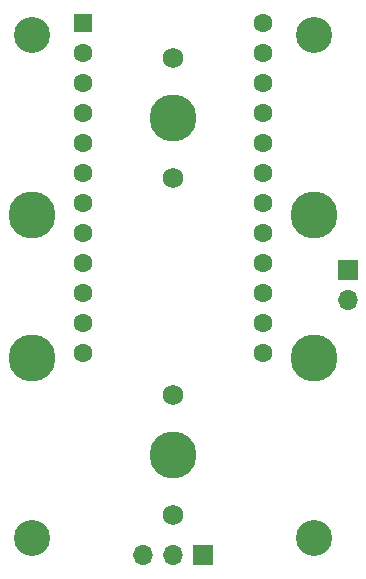
<source format=gbs>
G04 #@! TF.GenerationSoftware,KiCad,Pcbnew,(5.1.10)-1*
G04 #@! TF.CreationDate,2021-08-17T09:51:17-04:00*
G04 #@! TF.ProjectId,milkcrate,6d696c6b-6372-4617-9465-2e6b69636164,rev?*
G04 #@! TF.SameCoordinates,Original*
G04 #@! TF.FileFunction,Soldermask,Bot*
G04 #@! TF.FilePolarity,Negative*
%FSLAX46Y46*%
G04 Gerber Fmt 4.6, Leading zero omitted, Abs format (unit mm)*
G04 Created by KiCad (PCBNEW (5.1.10)-1) date 2021-08-17 09:51:17*
%MOMM*%
%LPD*%
G01*
G04 APERTURE LIST*
%ADD10C,3.987800*%
%ADD11C,3.048000*%
%ADD12C,1.750000*%
%ADD13R,1.600000X1.600000*%
%ADD14C,1.600000*%
%ADD15R,1.700000X1.700000*%
%ADD16O,1.700000X1.700000*%
G04 APERTURE END LIST*
D10*
G04 #@! TO.C,MX2*
X122205750Y-54451250D03*
X146081750Y-54451250D03*
D11*
X122205750Y-69691250D03*
X146081750Y-69691250D03*
D12*
X134143750Y-67786250D03*
X134143750Y-57626250D03*
D10*
X134143750Y-62706250D03*
G04 #@! TD*
G04 #@! TO.C,MX1*
X146081750Y-42386250D03*
X122205750Y-42386250D03*
D11*
X146081750Y-27146250D03*
X122205750Y-27146250D03*
D12*
X134143750Y-29051250D03*
X134143750Y-39211250D03*
D10*
X134143750Y-34131250D03*
G04 #@! TD*
D13*
G04 #@! TO.C,U1*
X126523750Y-26113750D03*
D14*
X126523750Y-28653750D03*
X126523750Y-31193750D03*
X126523750Y-33733750D03*
X126523750Y-36273750D03*
X126523750Y-38813750D03*
X126523750Y-41353750D03*
X126523750Y-43893750D03*
X126523750Y-46433750D03*
X126523750Y-48973750D03*
X126523750Y-51513750D03*
X126523750Y-54053750D03*
X141763750Y-54053750D03*
X141763750Y-51513750D03*
X141763750Y-48973750D03*
X141763750Y-46433750D03*
X141763750Y-43893750D03*
X141763750Y-41353750D03*
X141763750Y-38813750D03*
X141763750Y-36273750D03*
X141763750Y-33733750D03*
X141763750Y-31193750D03*
X141763750Y-28653750D03*
X141763750Y-26113750D03*
G04 #@! TD*
D15*
G04 #@! TO.C,J2*
X136652000Y-71170800D03*
D16*
X134112000Y-71170800D03*
X131572000Y-71170800D03*
G04 #@! TD*
D15*
G04 #@! TO.C,J1*
X148920200Y-47053500D03*
D16*
X148920200Y-49593500D03*
G04 #@! TD*
M02*

</source>
